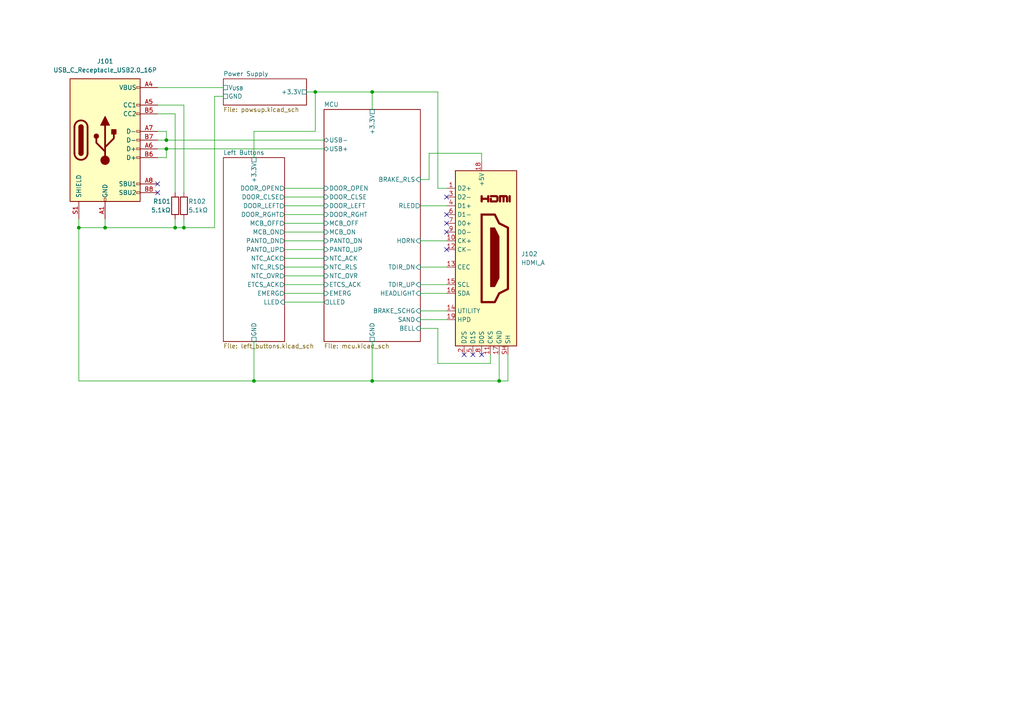
<source format=kicad_sch>
(kicad_sch (version 20231120) (generator "eeschema") (generator_version "8.0")
  (paper "A4")
  (lib_symbols
    (symbol "Connector:HDMI_A"
      (property "Reference" "J" (at -6.35 26.67 0))
      (property "Value" "HDMI_A" (at 10.16 26.67 0))
      (symbol "HDMI_A_0_0"
        (polyline (pts (xy 8.128 16.51) (xy 8.128 18.034)) (stroke (width 0.635)))
        (polyline (pts (xy 0 16.51) (xy 0 18.034) (xy 0 17.272) (xy 1.905 17.272) (xy 1.905 18.034) (xy 1.905 16.51)) (stroke (width 0.635)))
        (polyline (pts (xy 2.667 18.034) (xy 4.318 18.034) (xy 4.572 17.78) (xy 4.572 16.764) (xy 4.318 16.51) (xy 2.667 16.51) (xy 2.667 17.272)) (stroke (width 0.635)))
      )
      (symbol "HDMI_A_0_1"
        (rectangle (start -7.62 25.4) (end 10.16 -25.4) (stroke (width 0.254)) (fill (type background)))
        (polyline (pts (xy 2.54 8.89) (xy 3.81 8.89) (xy 5.08 6.35) (xy 5.08 -5.715) (xy 3.81 -8.255) (xy 2.54 -8.255) (xy 2.54 8.89)) (fill (type outline)))
        (polyline (pts (xy 5.334 16.51) (xy 5.334 18.034) (xy 6.35 18.034) (xy 6.35 16.51) (xy 6.35 18.034) (xy 7.112 18.034) (xy 7.366 17.78) (xy 7.366 16.51)) (stroke (width 0.635)))
        (polyline (pts (xy 0 12.7) (xy 0 -12.7) (xy 3.81 -12.7) (xy 5.08 -10.16) (xy 7.62 -8.89) (xy 7.62 8.89) (xy 5.08 10.16) (xy 3.81 12.7) (xy 0 12.7)) (stroke (width 0.635)))
      )
      (symbol "HDMI_A_1_1"
        (pin passive line (at -10.16 20.32 0) (length 2.54) (name "D2+") (number "1"))
        (pin passive line (at -10.16 5.08 0) (length 2.54) (name "CK+") (number "10"))
        (pin power_in line (at 2.54 -27.94 90) (length 2.54) (name "CKS") (number "11"))
        (pin passive line (at -10.16 2.54 0) (length 2.54) (name "CK-") (number "12"))
        (pin bidirectional line (at -10.16 -2.54 0) (length 2.54) (name "CEC") (number "13"))
        (pin passive line (at -10.16 -15.24 0) (length 2.54) (name "UTILITY") (number "14"))
        (pin passive line (at -10.16 -7.62 0) (length 2.54) (name "SCL") (number "15"))
        (pin bidirectional line (at -10.16 -10.16 0) (length 2.54) (name "SDA") (number "16"))
        (pin power_in line (at 5.08 -27.94 90) (length 2.54) (name "GND") (number "17"))
        (pin power_in line (at 0 27.94 270) (length 2.54) (name "+5V") (number "18"))
        (pin passive line (at -10.16 -17.78 0) (length 2.54) (name "HPD") (number "19"))
        (pin power_in line (at -5.08 -27.94 90) (length 2.54) (name "D2S") (number "2"))
        (pin passive line (at -10.16 17.78 0) (length 2.54) (name "D2-") (number "3"))
        (pin passive line (at -10.16 15.24 0) (length 2.54) (name "D1+") (number "4"))
        (pin power_in line (at -2.54 -27.94 90) (length 2.54) (name "D1S") (number "5"))
        (pin passive line (at -10.16 12.7 0) (length 2.54) (name "D1-") (number "6"))
        (pin passive line (at -10.16 10.16 0) (length 2.54) (name "D0+") (number "7"))
        (pin power_in line (at 0 -27.94 90) (length 2.54) (name "D0S") (number "8"))
        (pin passive line (at -10.16 7.62 0) (length 2.54) (name "D0-") (number "9"))
        (pin passive line (at 7.62 -27.94 90) (length 2.54) (name "SH") (number "SH"))
      )
    )
    (symbol "Connector:USB_C_Receptacle_USB2.0_16P" (pin_names (offset 1.016))
      (property "Reference" "J" (at 0 22.225 0))
      (property "Value" "USB_C_Receptacle_USB2.0_16P" (at 0 19.685 0))
      (symbol "USB_C_Receptacle_USB2.0_16P_0_0"
        (rectangle (start -0.254 -17.78) (end 0.254 -16.764))
        (rectangle (start 10.16 -14.986) (end 9.144 -15.494))
        (rectangle (start 10.16 -12.446) (end 9.144 -12.954))
        (rectangle (start 10.16 -4.826) (end 9.144 -5.334))
        (rectangle (start 10.16 -2.286) (end 9.144 -2.794))
        (rectangle (start 10.16 0.254) (end 9.144 -0.254))
        (rectangle (start 10.16 2.794) (end 9.144 2.286))
        (rectangle (start 10.16 7.874) (end 9.144 7.366))
        (rectangle (start 10.16 10.414) (end 9.144 9.906))
        (rectangle (start 10.16 15.494) (end 9.144 14.986))
      )
      (symbol "USB_C_Receptacle_USB2.0_16P_0_1"
        (rectangle (start -10.16 17.78) (end 10.16 -17.78) (stroke (width 0.254)) (fill (type background)))
        (arc (start -8.89 -3.81) (mid -6.985 -5.7067) (end -5.08 -3.81) (stroke (width 0.508)))
        (arc (start -7.62 -3.81) (mid -6.985 -4.4423) (end -6.35 -3.81) (stroke (width 0.254)))
        (arc (start -7.62 -3.81) (mid -6.985 -4.4423) (end -6.35 -3.81) (stroke (width 0.254)) (fill (type outline)))
        (rectangle (start -7.62 -3.81) (end -6.35 3.81) (stroke (width 0.254)) (fill (type outline)))
        (arc (start -6.35 3.81) (mid -6.985 4.4423) (end -7.62 3.81) (stroke (width 0.254)))
        (arc (start -6.35 3.81) (mid -6.985 4.4423) (end -7.62 3.81) (stroke (width 0.254)) (fill (type outline)))
        (arc (start -5.08 3.81) (mid -6.985 5.7067) (end -8.89 3.81) (stroke (width 0.508)))
        (circle (center -2.54 1.143) (radius 0.635) (stroke (width 0.254)) (fill (type outline)))
        (circle (center 0 -5.842) (radius 1.27) (fill (type outline)))
        (polyline (pts (xy -8.89 -3.81) (xy -8.89 3.81)) (stroke (width 0.508)))
        (polyline (pts (xy -5.08 3.81) (xy -5.08 -3.81)) (stroke (width 0.508)))
        (polyline (pts (xy 0 -5.842) (xy 0 4.318)) (stroke (width 0.508)))
        (polyline (pts (xy 0 -3.302) (xy -2.54 -0.762) (xy -2.54 0.508)) (stroke (width 0.508)))
        (polyline (pts (xy 0 -2.032) (xy 2.54 0.508) (xy 2.54 1.778)) (stroke (width 0.508)))
        (polyline (pts (xy -1.27 4.318) (xy 0 6.858) (xy 1.27 4.318) (xy -1.27 4.318)) (stroke (width 0.254)) (fill (type outline)))
        (rectangle (start 1.905 1.778) (end 3.175 3.048) (stroke (width 0.254)) (fill (type outline)))
      )
      (symbol "USB_C_Receptacle_USB2.0_16P_1_1"
        (pin passive line (at 0 -22.86 90) (length 5.08) (name "GND") (number "A1"))
        (pin passive line (at 0 -22.86 90) (length 5.08) hide (name "GND") (number "A12"))
        (pin passive line (at 15.24 15.24 180) (length 5.08) (name "VBUS") (number "A4"))
        (pin bidirectional line (at 15.24 10.16 180) (length 5.08) (name "CC1") (number "A5"))
        (pin bidirectional line (at 15.24 -2.54 180) (length 5.08) (name "D+") (number "A6"))
        (pin bidirectional line (at 15.24 2.54 180) (length 5.08) (name "D-") (number "A7"))
        (pin bidirectional line (at 15.24 -12.7 180) (length 5.08) (name "SBU1") (number "A8"))
        (pin passive line (at 15.24 15.24 180) (length 5.08) hide (name "VBUS") (number "A9"))
        (pin passive line (at 0 -22.86 90) (length 5.08) hide (name "GND") (number "B1"))
        (pin passive line (at 0 -22.86 90) (length 5.08) hide (name "GND") (number "B12"))
        (pin passive line (at 15.24 15.24 180) (length 5.08) hide (name "VBUS") (number "B4"))
        (pin bidirectional line (at 15.24 7.62 180) (length 5.08) (name "CC2") (number "B5"))
        (pin bidirectional line (at 15.24 -5.08 180) (length 5.08) (name "D+") (number "B6"))
        (pin bidirectional line (at 15.24 0 180) (length 5.08) (name "D-") (number "B7"))
        (pin bidirectional line (at 15.24 -15.24 180) (length 5.08) (name "SBU2") (number "B8"))
        (pin passive line (at 15.24 15.24 180) (length 5.08) hide (name "VBUS") (number "B9"))
        (pin passive line (at -7.62 -22.86 90) (length 5.08) (name "SHIELD") (number "S1"))
      )
    )
    (symbol "Device:R" (pin_numbers hide) (pin_names (offset 0))
      (property "Reference" "R" (at 2.032 0 90))
      (property "Value" "R" (at 0 0 90))
      (symbol "R_0_1"
        (rectangle (start -1.016 -2.54) (end 1.016 2.54) (stroke (width 0.254)))
      )
      (symbol "R_1_1"
        (pin passive line (at 0 3.81 270) (length 1.27) (name "~") (number "1"))
        (pin passive line (at 0 -3.81 90) (length 1.27) (name "~") (number "2"))
      )
    )
  )
  (junction (at 91.44 26.67))
  (junction (at 144.78 110.49))
  (junction (at 107.95 110.49))
  (junction (at 73.66 110.49))
  (junction (at 22.86 66.04))
  (junction (at 48.26 43.18))
  (junction (at 50.8 66.04))
  (junction (at 30.48 66.04))
  (junction (at 48.26 40.64))
  (junction (at 107.95 26.67))
  (junction (at 53.34 66.04))
  (no_connect (at 129.54 64.77))
  (no_connect (at 134.62 102.87))
  (no_connect (at 129.54 57.15))
  (no_connect (at 45.72 53.34))
  (no_connect (at 45.72 55.88))
  (no_connect (at 139.7 102.87))
  (no_connect (at 129.54 62.23))
  (no_connect (at 137.16 102.87))
  (no_connect (at 129.54 67.31))
  (no_connect (at 129.54 72.39))
  (wire (pts (xy 121.92 85.09) (xy 129.54 85.09)))
  (wire (pts (xy 22.86 110.49) (xy 22.86 66.04)))
  (wire (pts (xy 129.54 54.61) (xy 127 54.61)))
  (wire (pts (xy 22.86 66.04) (xy 22.86 63.5)))
  (wire (pts (xy 147.32 110.49) (xy 144.78 110.49)))
  (wire (pts (xy 45.72 25.4) (xy 64.77 25.4)))
  (wire (pts (xy 121.92 82.55) (xy 129.54 82.55)))
  (wire (pts (xy 127 105.41) (xy 127 95.25)))
  (wire (pts (xy 62.23 27.94) (xy 64.77 27.94)))
  (wire (pts (xy 121.92 92.71) (xy 129.54 92.71)))
  (wire (pts (xy 82.55 72.39) (xy 93.98 72.39)))
  (wire (pts (xy 144.78 110.49) (xy 107.95 110.49)))
  (wire (pts (xy 73.66 38.1) (xy 91.44 38.1)))
  (wire (pts (xy 82.55 85.09) (xy 93.98 85.09)))
  (wire (pts (xy 82.55 74.93) (xy 93.98 74.93)))
  (wire (pts (xy 48.26 40.64) (xy 45.72 40.64)))
  (wire (pts (xy 91.44 26.67) (xy 107.95 26.67)))
  (wire (pts (xy 82.55 82.55) (xy 93.98 82.55)))
  (wire (pts (xy 144.78 102.87) (xy 144.78 110.49)))
  (wire (pts (xy 82.55 80.01) (xy 93.98 80.01)))
  (wire (pts (xy 121.92 77.47) (xy 129.54 77.47)))
  (wire (pts (xy 82.55 57.15) (xy 93.98 57.15)))
  (wire (pts (xy 82.55 62.23) (xy 93.98 62.23)))
  (wire (pts (xy 48.26 43.18) (xy 93.98 43.18)))
  (wire (pts (xy 48.26 45.72) (xy 48.26 43.18)))
  (wire (pts (xy 45.72 38.1) (xy 48.26 38.1)))
  (wire (pts (xy 142.24 102.87) (xy 142.24 105.41)))
  (wire (pts (xy 48.26 38.1) (xy 48.26 40.64)))
  (wire (pts (xy 124.46 44.45) (xy 124.46 52.07)))
  (wire (pts (xy 73.66 45.72) (xy 73.66 38.1)))
  (wire (pts (xy 82.55 59.69) (xy 93.98 59.69)))
  (wire (pts (xy 88.9 26.67) (xy 91.44 26.67)))
  (wire (pts (xy 53.34 66.04) (xy 62.23 66.04)))
  (wire (pts (xy 50.8 66.04) (xy 30.48 66.04)))
  (wire (pts (xy 30.48 66.04) (xy 22.86 66.04)))
  (wire (pts (xy 107.95 26.67) (xy 107.95 31.75)))
  (wire (pts (xy 147.32 102.87) (xy 147.32 110.49)))
  (wire (pts (xy 107.95 110.49) (xy 73.66 110.49)))
  (wire (pts (xy 50.8 63.5) (xy 50.8 66.04)))
  (wire (pts (xy 107.95 99.06) (xy 107.95 110.49)))
  (wire (pts (xy 82.55 77.47) (xy 93.98 77.47)))
  (wire (pts (xy 53.34 30.48) (xy 45.72 30.48)))
  (wire (pts (xy 82.55 54.61) (xy 93.98 54.61)))
  (wire (pts (xy 121.92 52.07) (xy 124.46 52.07)))
  (wire (pts (xy 142.24 105.41) (xy 127 105.41)))
  (wire (pts (xy 50.8 33.02) (xy 50.8 55.88)))
  (wire (pts (xy 121.92 69.85) (xy 129.54 69.85)))
  (wire (pts (xy 48.26 40.64) (xy 93.98 40.64)))
  (wire (pts (xy 45.72 33.02) (xy 50.8 33.02)))
  (wire (pts (xy 139.7 46.99) (xy 139.7 44.45)))
  (wire (pts (xy 53.34 55.88) (xy 53.34 30.48)))
  (wire (pts (xy 139.7 44.45) (xy 124.46 44.45)))
  (wire (pts (xy 62.23 27.94) (xy 62.23 66.04)))
  (wire (pts (xy 53.34 66.04) (xy 53.34 63.5)))
  (wire (pts (xy 30.48 63.5) (xy 30.48 66.04)))
  (wire (pts (xy 121.92 90.17) (xy 129.54 90.17)))
  (wire (pts (xy 82.55 67.31) (xy 93.98 67.31)))
  (wire (pts (xy 73.66 110.49) (xy 22.86 110.49)))
  (wire (pts (xy 82.55 69.85) (xy 93.98 69.85)))
  (wire (pts (xy 45.72 43.18) (xy 48.26 43.18)))
  (wire (pts (xy 82.55 87.63) (xy 93.98 87.63)))
  (wire (pts (xy 73.66 99.06) (xy 73.66 110.49)))
  (wire (pts (xy 121.92 95.25) (xy 127 95.25)))
  (wire (pts (xy 82.55 64.77) (xy 93.98 64.77)))
  (wire (pts (xy 45.72 45.72) (xy 48.26 45.72)))
  (wire (pts (xy 127 26.67) (xy 107.95 26.67)))
  (wire (pts (xy 91.44 38.1) (xy 91.44 26.67)))
  (wire (pts (xy 127 54.61) (xy 127 26.67)))
  (wire (pts (xy 50.8 66.04) (xy 53.34 66.04)))
  (wire (pts (xy 121.92 59.69) (xy 129.54 59.69)))
  (symbol (lib_id "Connector:HDMI_A") (at 139.7 74.93 0) (unit 1)
    (property "Reference" "J102" (at 151.13 73.6599 0) (effects (justify left)))
    (property "Value" "HDMI_A" (at 151.13 76.1999 0) (effects (justify left)))
    (property "Footprint" "Connector_HDMI:HDMI_A_Molex_208658-1001_Horizontal" (effects (hide yes)))
    (property "Datasheet" "https://en.wikipedia.org/wiki/HDMI" (effects (hide yes)))
    (property "Description" "HDMI type A connector" (effects (hide yes)))
    (property "LCSC" "C2858275" (effects (hide yes)))
  )
  (symbol (lib_id "Device:R") (at 50.8 59.69 0) (unit 1)
    (property "Reference" "R101" (at 49.53 58.42 0) (effects (justify right)))
    (property "Value" "5.1kΩ" (at 49.53 60.96 0) (effects (justify right)))
    (property "Footprint" "Resistor_SMD:R_0402_1005Metric" (effects (hide yes)))
    (property "LCSC" "C25905" (effects (hide yes)))
  )
  (symbol (lib_id "Connector:USB_C_Receptacle_USB2.0_16P") (at 30.48 40.64 0) (unit 1)
    (property "Reference" "J101" (at 30.48 17.78 0))
    (property "Value" "USB_C_Receptacle_USB2.0_16P" (at 30.48 20.32 0))
    (property "Footprint" "Connector_USB:USB_C_Receptacle_G-Switch_GT-USB-7010ASV" (effects (hide yes)))
    (property "Datasheet" "https://www.usb.org/sites/default/files/documents/usb_type-c.zip" (effects (hide yes)))
    (property "Description" "USB 2.0-only 16P Type-C Receptacle connector" (effects (hide yes)))
    (property "LCSC" "C2988369" (effects (hide yes)))
  )
  (symbol (lib_id "Device:R") (at 53.34 59.69 0) (mirror y) (unit 1)
    (property "Reference" "R102" (at 54.61 58.42 0) (effects (justify right)))
    (property "Value" "5.1kΩ" (at 54.61 60.96 0) (effects (justify right)))
    (property "Footprint" "Resistor_SMD:R_0402_1005Metric" (effects (hide yes)))
    (property "LCSC" "C25905" (effects (hide yes)))
  )
  (sheet (at 93.98 31.75) (size 27.94 67.31) (stroke (width 0.1524))
    (property "Sheetname" "MCU" (at 93.98 31.0384 0) (effects (justify left bottom)))
    (property "Sheetfile" "mcu.kicad_sch" (at 93.98 99.6446 0) (effects (justify left top)))
    (pin "GND" passive (at 107.95 99.06 270))
    (pin "PANTO_DN" input (at 93.98 69.85 180))
    (pin "MCB_ON" input (at 93.98 67.31 180))
    (pin "MCB_OFF" input (at 93.98 64.77 180))
    (pin "DOOR_LEFT" input (at 93.98 59.69 180))
    (pin "DOOR_RGHT" input (at 93.98 62.23 180))
    (pin "DOOR_OPEN" input (at 93.98 54.61 180))
    (pin "DOOR_CLSE" input (at 93.98 57.15 180))
    (pin "USB-" bidirectional (at 93.98 40.64 180))
    (pin "USB+" bidirectional (at 93.98 43.18 180))
    (pin "EMERG" input (at 93.98 85.09 180))
    (pin "SAND" input (at 121.92 92.71 0))
    (pin "TDIR_UP" input (at 121.92 82.55 0))
    (pin "HORN" input (at 121.92 69.85 0))
    (pin "BELL" input (at 121.92 95.25 0))
    (pin "BRAKE_RLS" input (at 121.92 52.07 0))
    (pin "TDIR_DN" input (at 121.92 77.47 0))
    (pin "HEADLIGHT" input (at 121.92 85.09 0))
    (pin "BRAKE_SCHG" input (at 121.92 90.17 0))
    (pin "NTC_ACK" input (at 93.98 74.93 180))
    (pin "NTC_OVR" input (at 93.98 80.01 180))
    (pin "ETCS_ACK" input (at 93.98 82.55 180))
    (pin "NTC_RLS" input (at 93.98 77.47 180))
    (pin "PANTO_UP" input (at 93.98 72.39 180))
    (pin "+3.3V" passive (at 107.95 31.75 90))
    (pin "RLED" output (at 121.92 59.69 0))
    (pin "LLED" output (at 93.98 87.63 180))
  )
  (sheet (at 64.77 22.86) (size 24.13 7.62) (stroke (width 0.1524))
    (property "Sheetname" "Power Supply" (at 64.77 22.1484 0) (effects (justify left bottom)))
    (property "Sheetfile" "powsup.kicad_sch" (at 64.77 31.0646 0) (effects (justify left top)))
    (pin "+3.3V" passive (at 88.9 26.67 0))
    (pin "V_{USB}" passive (at 64.77 25.4 180))
    (pin "GND" passive (at 64.77 27.94 180))
  )
  (sheet (at 64.77 45.72) (size 17.78 53.34) (stroke (width 0.1524))
    (property "Sheetname" "Left Buttons" (at 64.77 45.0084 0) (effects (justify left bottom)))
    (property "Sheetfile" "left_buttons.kicad_sch" (at 64.77 99.6446 0) (effects (justify left top)))
    (pin "DOOR_OPEN" output (at 82.55 54.61 0))
    (pin "DOOR_CLSE" output (at 82.55 57.15 0))
    (pin "DOOR_RGHT" output (at 82.55 62.23 0))
    (pin "MCB_OFF" output (at 82.55 64.77 0))
    (pin "DOOR_LEFT" output (at 82.55 59.69 0))
    (pin "EMERG" output (at 82.55 85.09 0))
    (pin "GND" passive (at 73.66 99.06 270))
    (pin "PANTO_DN" output (at 82.55 69.85 0))
    (pin "MCB_ON" output (at 82.55 67.31 0))
    (pin "NTC_ACK" output (at 82.55 74.93 0))
    (pin "NTC_RLS" output (at 82.55 77.47 0))
    (pin "NTC_OVR" output (at 82.55 80.01 0))
    (pin "ETCS_ACK" output (at 82.55 82.55 0))
    (pin "PANTO_UP" output (at 82.55 72.39 0))
    (pin "LLED" input (at 82.55 87.63 0))
    (pin "+3.3V" passive (at 73.66 45.72 90))
  )
)
</source>
